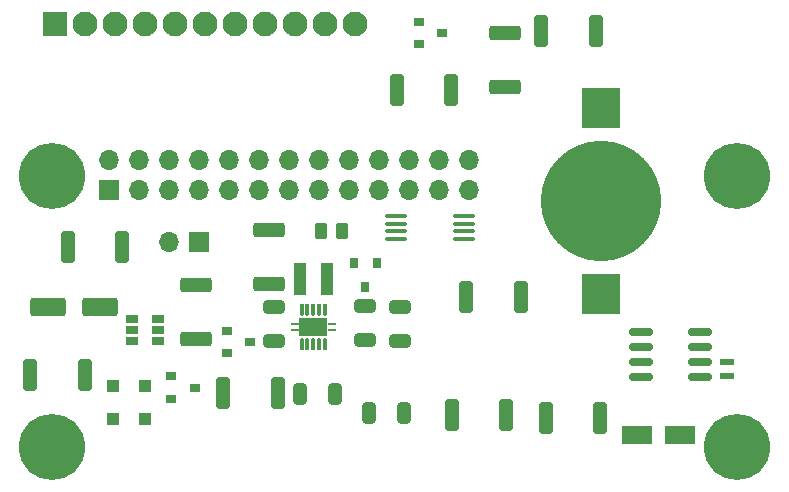
<source format=gbr>
G04 #@! TF.GenerationSoftware,KiCad,Pcbnew,6.0.0*
G04 #@! TF.CreationDate,2022-01-07T13:13:10+02:00*
G04 #@! TF.ProjectId,sticky_pi_hat,73746963-6b79-45f7-9069-5f6861742e6b,rev?*
G04 #@! TF.SameCoordinates,Original*
G04 #@! TF.FileFunction,Soldermask,Top*
G04 #@! TF.FilePolarity,Negative*
%FSLAX46Y46*%
G04 Gerber Fmt 4.6, Leading zero omitted, Abs format (unit mm)*
G04 Created by KiCad (PCBNEW 6.0.0) date 2022-01-07 13:13:10*
%MOMM*%
%LPD*%
G01*
G04 APERTURE LIST*
G04 Aperture macros list*
%AMRoundRect*
0 Rectangle with rounded corners*
0 $1 Rounding radius*
0 $2 $3 $4 $5 $6 $7 $8 $9 X,Y pos of 4 corners*
0 Add a 4 corners polygon primitive as box body*
4,1,4,$2,$3,$4,$5,$6,$7,$8,$9,$2,$3,0*
0 Add four circle primitives for the rounded corners*
1,1,$1+$1,$2,$3*
1,1,$1+$1,$4,$5*
1,1,$1+$1,$6,$7*
1,1,$1+$1,$8,$9*
0 Add four rect primitives between the rounded corners*
20,1,$1+$1,$2,$3,$4,$5,0*
20,1,$1+$1,$4,$5,$6,$7,0*
20,1,$1+$1,$6,$7,$8,$9,0*
20,1,$1+$1,$8,$9,$2,$3,0*%
G04 Aperture macros list end*
%ADD10RoundRect,0.249999X0.362501X1.075001X-0.362501X1.075001X-0.362501X-1.075001X0.362501X-1.075001X0*%
%ADD11RoundRect,0.249999X1.075001X-0.362501X1.075001X0.362501X-1.075001X0.362501X-1.075001X-0.362501X0*%
%ADD12R,1.000000X2.750000*%
%ADD13R,2.100000X2.100000*%
%ADD14C,2.100000*%
%ADD15RoundRect,0.249999X-0.362501X-1.075001X0.362501X-1.075001X0.362501X1.075001X-0.362501X1.075001X0*%
%ADD16R,3.300000X3.500000*%
%ADD17C,10.200000*%
%ADD18RoundRect,0.150000X0.825000X0.150000X-0.825000X0.150000X-0.825000X-0.150000X0.825000X-0.150000X0*%
%ADD19R,0.900000X0.800000*%
%ADD20RoundRect,0.249999X-1.075001X0.362501X-1.075001X-0.362501X1.075001X-0.362501X1.075001X0.362501X0*%
%ADD21RoundRect,0.249999X-0.650001X0.325001X-0.650001X-0.325001X0.650001X-0.325001X0.650001X0.325001X0*%
%ADD22RoundRect,0.249999X0.325001X0.650001X-0.325001X0.650001X-0.325001X-0.650001X0.325001X-0.650001X0*%
%ADD23RoundRect,0.250000X-1.050000X-0.550000X1.050000X-0.550000X1.050000X0.550000X-1.050000X0.550000X0*%
%ADD24R,1.200000X0.600000*%
%ADD25RoundRect,0.250000X-0.362500X-1.075000X0.362500X-1.075000X0.362500X1.075000X-0.362500X1.075000X0*%
%ADD26RoundRect,0.070000X-0.140000X0.140000X-0.140000X-0.140000X0.140000X-0.140000X0.140000X0.140000X0*%
%ADD27O,0.420000X0.990000*%
%ADD28R,0.700000X0.280000*%
%ADD29R,0.500000X0.260000*%
%ADD30C,0.600000*%
%ADD31R,1.050000X0.680000*%
%ADD32R,2.400000X1.650000*%
%ADD33R,1.060000X0.650000*%
%ADD34R,1.700000X1.700000*%
%ADD35O,1.700000X1.700000*%
%ADD36C,5.600000*%
%ADD37RoundRect,0.250000X-1.075000X0.362500X-1.075000X-0.362500X1.075000X-0.362500X1.075000X0.362500X0*%
%ADD38RoundRect,0.249999X0.262501X0.450001X-0.262501X0.450001X-0.262501X-0.450001X0.262501X-0.450001X0*%
%ADD39R,0.800000X0.900000*%
%ADD40RoundRect,0.174999X-0.825001X0.000000X-0.825001X0.000000X0.825001X0.000000X0.825001X0.000000X0*%
%ADD41RoundRect,0.250000X1.250000X0.550000X-1.250000X0.550000X-1.250000X-0.550000X1.250000X-0.550000X0*%
%ADD42RoundRect,0.250000X0.362500X1.075000X-0.362500X1.075000X-0.362500X-1.075000X0.362500X-1.075000X0*%
%ADD43R,1.100000X1.100000*%
G04 APERTURE END LIST*
D10*
X116817700Y-119917000D03*
X112192700Y-119917000D03*
D11*
X126238000Y-116866500D03*
X126238000Y-112241500D03*
D12*
X137294000Y-111760000D03*
X134994000Y-111760000D03*
D13*
X114300000Y-90170000D03*
D14*
X116840000Y-90170000D03*
X119380000Y-90170000D03*
X121920000Y-90170000D03*
X124460000Y-90170000D03*
X127000000Y-90170000D03*
X129540000Y-90170000D03*
X132080000Y-90170000D03*
X134620000Y-90170000D03*
X137160000Y-90170000D03*
X139700000Y-90170000D03*
D15*
X155827900Y-123494800D03*
X160452900Y-123494800D03*
D16*
X160528000Y-113056000D03*
X160528000Y-97256000D03*
D17*
X160528000Y-105156000D03*
D18*
X168845000Y-120015000D03*
X168845000Y-118745000D03*
X168845000Y-117475000D03*
X168845000Y-116205000D03*
X163895000Y-116205000D03*
X163895000Y-117475000D03*
X163895000Y-118745000D03*
X163895000Y-120015000D03*
D19*
X145050000Y-89982000D03*
X145050000Y-91882000D03*
X147050000Y-90932000D03*
D20*
X152400000Y-90905500D03*
X152400000Y-95530500D03*
D21*
X140500000Y-114000000D03*
X140500000Y-116950000D03*
X143510000Y-114095000D03*
X143510000Y-117045000D03*
D22*
X137950000Y-121500000D03*
X135000000Y-121500000D03*
D23*
X163554000Y-124968000D03*
X167154000Y-124968000D03*
D24*
X171196000Y-119980000D03*
X171196000Y-118780000D03*
D10*
X153696500Y-113284000D03*
X149071500Y-113284000D03*
D25*
X143203000Y-95758000D03*
X147828000Y-95758000D03*
D19*
X128794000Y-116144000D03*
X128794000Y-118044000D03*
X130794000Y-117094000D03*
D21*
X132842000Y-114095000D03*
X132842000Y-117045000D03*
D26*
X137144000Y-114064000D03*
D27*
X137144000Y-114349000D03*
X136644000Y-114349000D03*
D26*
X136644000Y-114064000D03*
D27*
X136144000Y-114349000D03*
D26*
X136144000Y-114064000D03*
D27*
X135644000Y-114349000D03*
D26*
X135644000Y-114064000D03*
X135144000Y-114064000D03*
D27*
X135144000Y-114349000D03*
D26*
X135144000Y-117584000D03*
D27*
X135144000Y-117299000D03*
D26*
X135644000Y-117584000D03*
D27*
X135644000Y-117299000D03*
X136144000Y-117299000D03*
D26*
X136144000Y-117584000D03*
X136644000Y-117584000D03*
D27*
X136644000Y-117299000D03*
D26*
X137144000Y-117584000D03*
D27*
X137144000Y-117299000D03*
D28*
X134594000Y-115574000D03*
D29*
X134514000Y-115574000D03*
X137774000Y-116074000D03*
D30*
X136894000Y-116324000D03*
D31*
X136779000Y-115374000D03*
X136779000Y-116274000D03*
D30*
X135394000Y-115324000D03*
D31*
X135509000Y-115374000D03*
D28*
X137694000Y-116074000D03*
D29*
X137774000Y-115574000D03*
D30*
X136144000Y-115824000D03*
D28*
X137694000Y-115574000D03*
D29*
X134514000Y-116074000D03*
D30*
X135394000Y-116324000D03*
D28*
X134594000Y-116074000D03*
D30*
X136894000Y-115324000D03*
D32*
X136144000Y-115824000D03*
D31*
X135509000Y-116274000D03*
D10*
X133122500Y-121412000D03*
X128497500Y-121412000D03*
D22*
X143816600Y-123088400D03*
X140866600Y-123088400D03*
D33*
X120820000Y-115128000D03*
X120820000Y-116078000D03*
X120820000Y-117028000D03*
X123020000Y-117028000D03*
X123020000Y-116078000D03*
X123020000Y-115128000D03*
D15*
X147852300Y-123291600D03*
X152477300Y-123291600D03*
D34*
X126441200Y-108661200D03*
D35*
X123901200Y-108661200D03*
D36*
X114005200Y-102997000D03*
X172005200Y-125997000D03*
D37*
X132395200Y-107572000D03*
X132395200Y-112197000D03*
D38*
X138595200Y-107697000D03*
X136770200Y-107697000D03*
D39*
X141495200Y-110397000D03*
X139595200Y-110397000D03*
X140545200Y-112397000D03*
D40*
X143136800Y-106433000D03*
X143136800Y-107083001D03*
X143136800Y-107733000D03*
X143136800Y-108383001D03*
X148936801Y-108383001D03*
X148936801Y-107733000D03*
X148936801Y-107083001D03*
X148936801Y-106433000D03*
D41*
X118055200Y-114137000D03*
X113655200Y-114137000D03*
D19*
X124120400Y-120004800D03*
X124120400Y-121904800D03*
X126120400Y-120954800D03*
D42*
X160045200Y-90797000D03*
X155420200Y-90797000D03*
X119957700Y-109017000D03*
X115332700Y-109017000D03*
D43*
X121865200Y-123617000D03*
X121865200Y-120817000D03*
X119155200Y-123637000D03*
X119155200Y-120837000D03*
D36*
X172005200Y-102997000D03*
X114005200Y-125997000D03*
D34*
X118870000Y-104250000D03*
D35*
X118870000Y-101710000D03*
X121410000Y-104250000D03*
X121410000Y-101710000D03*
X123950000Y-104250000D03*
X123950000Y-101710000D03*
X126490000Y-104250000D03*
X126490000Y-101710000D03*
X129030000Y-104250000D03*
X129030000Y-101710000D03*
X131570000Y-104250000D03*
X131570000Y-101710000D03*
X134110000Y-104250000D03*
X134110000Y-101710000D03*
X136650000Y-104250000D03*
X136650000Y-101710000D03*
X139190000Y-104250000D03*
X139190000Y-101710000D03*
X141730000Y-104250000D03*
X141730000Y-101710000D03*
X144270000Y-104250000D03*
X144270000Y-101710000D03*
X146810000Y-104250000D03*
X146810000Y-101710000D03*
X149350000Y-104250000D03*
X149350000Y-101710000D03*
M02*

</source>
